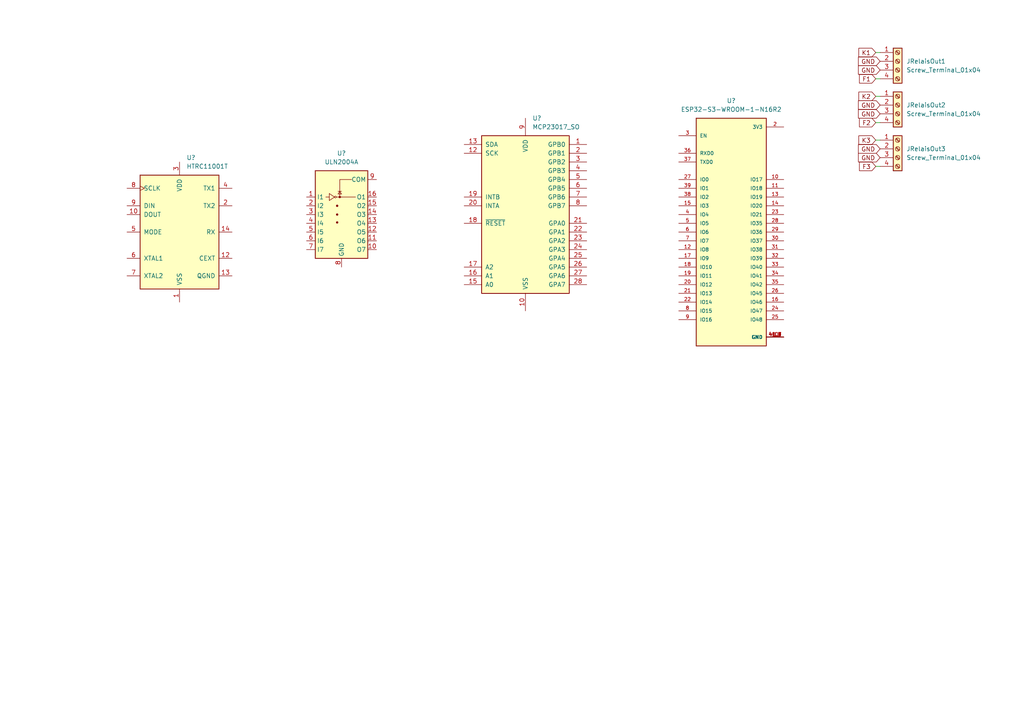
<source format=kicad_sch>
(kicad_sch (version 20211123) (generator eeschema)
  (paper "A4")
  (title_block (title "FabLock") (date "2022-09-19") (rev "v0.1") (company "RLKM UG (haftungsbeschränkt)"))
  (lib_symbols
    (symbol "Connector:Screw_Terminal_01x04" (pin_names (offset 1.016) hide)
      (property "Reference" "J" (at 0 5.08 0))
      (property "Value" "Screw_Terminal_01x04" (at 0 -7.62 0))
      (symbol "Screw_Terminal_01x04_1_1"
        (rectangle (start -1.27 3.81) (end 1.27 -6.35) (stroke (width 0.254)) (fill (type background)))
        (circle (center 0 -5.08) (radius 0.635) (stroke (width 0.1524)))
        (circle (center 0 -2.54) (radius 0.635) (stroke (width 0.1524)))
        (polyline (pts (xy -0.5334 -4.7498) (xy 0.3302 -5.588)) (stroke (width 0.1524)))
        (polyline (pts (xy -0.5334 -2.2098) (xy 0.3302 -3.048)) (stroke (width 0.1524)))
        (polyline (pts (xy -0.5334 0.3302) (xy 0.3302 -0.508)) (stroke (width 0.1524)))
        (polyline (pts (xy -0.5334 2.8702) (xy 0.3302 2.032)) (stroke (width 0.1524)))
        (polyline (pts (xy -0.3556 -4.572) (xy 0.508 -5.4102)) (stroke (width 0.1524)))
        (polyline (pts (xy -0.3556 -2.032) (xy 0.508 -2.8702)) (stroke (width 0.1524)))
        (polyline (pts (xy -0.3556 0.508) (xy 0.508 -0.3302)) (stroke (width 0.1524)))
        (polyline (pts (xy -0.3556 3.048) (xy 0.508 2.2098)) (stroke (width 0.1524)))
        (circle (center 0 0) (radius 0.635) (stroke (width 0.1524)))
        (circle (center 0 2.54) (radius 0.635) (stroke (width 0.1524)))
        (pin passive line (at -5.08 2.54 0) (length 3.81) (name "Pin_1") (number "1"))
        (pin passive line (at -5.08 0 0) (length 3.81) (name "Pin_2") (number "2"))
        (pin passive line (at -5.08 -2.54 0) (length 3.81) (name "Pin_3") (number "3"))
        (pin passive line (at -5.08 -5.08 0) (length 3.81) (name "Pin_4") (number "4"))
      )
    )
    (symbol "ESP:ESP32-S3-WROOM-1-N16R2" (pin_names (offset 1.016))
      (property "Reference" "U" (at -10.16 34.1122 0))
      (property "Value" "ESP32-S3-WROOM-1-N16R2" (at -10.16 -35.56 0))
      (symbol "ESP32-S3-WROOM-1-N16R2_0_0"
        (rectangle (start -10.16 -33.02) (end 10.16 33.02) (stroke (width 0.254)) (fill (type background)))
        (pin power_in line (at 15.24 -30.48 180) (length 5.08) (name "GND") (number "1"))
        (pin bidirectional line (at 15.24 15.24 180) (length 5.08) (name "IO17") (number "10"))
        (pin bidirectional line (at 15.24 12.7 180) (length 5.08) (name "IO18") (number "11"))
        (pin bidirectional line (at -15.24 -5.08 0) (length 5.08) (name "IO8") (number "12"))
        (pin bidirectional line (at 15.24 10.16 180) (length 5.08) (name "IO19") (number "13"))
        (pin bidirectional line (at 15.24 7.62 180) (length 5.08) (name "IO20") (number "14"))
        (pin bidirectional line (at -15.24 7.62 0) (length 5.08) (name "IO3") (number "15"))
        (pin bidirectional line (at 15.24 -20.32 180) (length 5.08) (name "IO46") (number "16"))
        (pin bidirectional line (at -15.24 -7.62 0) (length 5.08) (name "IO9") (number "17"))
        (pin bidirectional line (at -15.24 -10.16 0) (length 5.08) (name "IO10") (number "18"))
        (pin bidirectional line (at -15.24 -12.7 0) (length 5.08) (name "IO11") (number "19"))
        (pin power_in line (at 15.24 30.48 180) (length 5.08) (name "3V3") (number "2"))
        (pin bidirectional line (at -15.24 -15.24 0) (length 5.08) (name "IO12") (number "20"))
        (pin bidirectional line (at -15.24 -17.78 0) (length 5.08) (name "IO13") (number "21"))
        (pin bidirectional line (at -15.24 -20.32 0) (length 5.08) (name "IO14") (number "22"))
        (pin bidirectional line (at 15.24 5.08 180) (length 5.08) (name "IO21") (number "23"))
        (pin bidirectional line (at 15.24 -22.86 180) (length 5.08) (name "IO47") (number "24"))
        (pin bidirectional line (at 15.24 -25.4 180) (length 5.08) (name "IO48") (number "25"))
        (pin bidirectional line (at 15.24 -17.78 180) (length 5.08) (name "IO45") (number "26"))
        (pin bidirectional line (at -15.24 15.24 0) (length 5.08) (name "IO0") (number "27"))
        (pin bidirectional line (at 15.24 2.54 180) (length 5.08) (name "IO35") (number "28"))
        (pin bidirectional line (at 15.24 0 180) (length 5.08) (name "IO36") (number "29"))
        (pin input line (at -15.24 27.94 0) (length 5.08) (name "EN") (number "3"))
        (pin bidirectional line (at 15.24 -2.54 180) (length 5.08) (name "IO37") (number "30"))
        (pin bidirectional line (at 15.24 -5.08 180) (length 5.08) (name "IO38") (number "31"))
        (pin bidirectional line (at 15.24 -7.62 180) (length 5.08) (name "IO39") (number "32"))
        (pin bidirectional line (at 15.24 -10.16 180) (length 5.08) (name "IO40") (number "33"))
        (pin bidirectional line (at 15.24 -12.7 180) (length 5.08) (name "IO41") (number "34"))
        (pin bidirectional line (at 15.24 -15.24 180) (length 5.08) (name "IO42") (number "35"))
        (pin bidirectional line (at -15.24 22.86 0) (length 5.08) (name "RXD0") (number "36"))
        (pin bidirectional line (at -15.24 20.32 0) (length 5.08) (name "TXD0") (number "37"))
        (pin bidirectional line (at -15.24 10.16 0) (length 5.08) (name "IO2") (number "38"))
        (pin bidirectional line (at -15.24 12.7 0) (length 5.08) (name "IO1") (number "39"))
        (pin bidirectional line (at -15.24 5.08 0) (length 5.08) (name "IO4") (number "4"))
        (pin power_in line (at 15.24 -30.48 180) (length 5.08) (name "GND") (number "40"))
        (pin power_in line (at 15.24 -30.48 180) (length 5.08) (name "GND") (number "41_1"))
        (pin power_in line (at 15.24 -30.48 180) (length 5.08) (name "GND") (number "41_2"))
        (pin power_in line (at 15.24 -30.48 180) (length 5.08) (name "GND") (number "41_3"))
        (pin power_in line (at 15.24 -30.48 180) (length 5.08) (name "GND") (number "41_4"))
        (pin power_in line (at 15.24 -30.48 180) (length 5.08) (name "GND") (number "41_5"))
        (pin power_in line (at 15.24 -30.48 180) (length 5.08) (name "GND") (number "41_6"))
        (pin power_in line (at 15.24 -30.48 180) (length 5.08) (name "GND") (number "41_7"))
        (pin power_in line (at 15.24 -30.48 180) (length 5.08) (name "GND") (number "41_8"))
        (pin power_in line (at 15.24 -30.48 180) (length 5.08) (name "GND") (number "41_9"))
        (pin bidirectional line (at -15.24 2.54 0) (length 5.08) (name "IO5") (number "5"))
        (pin bidirectional line (at -15.24 0 0) (length 5.08) (name "IO6") (number "6"))
        (pin bidirectional line (at -15.24 -2.54 0) (length 5.08) (name "IO7") (number "7"))
        (pin bidirectional line (at -15.24 -22.86 0) (length 5.08) (name "IO15") (number "8"))
        (pin bidirectional line (at -15.24 -25.4 0) (length 5.08) (name "IO16") (number "9"))
      )
    )
    (symbol "Interface_Expansion:MCP23017_SO" (pin_names (offset 1.016))
      (property "Reference" "U" (at -11.43 24.13 0))
      (property "Value" "MCP23017_SO" (at 0 0 0))
      (symbol "MCP23017_SO_0_1"
        (rectangle (start -12.7 22.86) (end 12.7 -22.86) (stroke (width 0.254)) (fill (type background)))
      )
      (symbol "MCP23017_SO_1_1"
        (pin bidirectional line (at 17.78 20.32 180) (length 5.08) (name "GPB0") (number "1"))
        (pin power_in line (at 0 -27.94 90) (length 5.08) (name "VSS") (number "10"))
        (pin no_connect line (at -12.7 15.24 0) (length 5.08) hide (name "NC") (number "11"))
        (pin input line (at -17.78 17.78 0) (length 5.08) (name "SCK") (number "12"))
        (pin bidirectional line (at -17.78 20.32 0) (length 5.08) (name "SDA") (number "13"))
        (pin no_connect line (at -12.7 12.7 0) (length 5.08) hide (name "NC") (number "14"))
        (pin input line (at -17.78 -20.32 0) (length 5.08) (name "A0") (number "15"))
        (pin input line (at -17.78 -17.78 0) (length 5.08) (name "A1") (number "16"))
        (pin input line (at -17.78 -15.24 0) (length 5.08) (name "A2") (number "17"))
        (pin input line (at -17.78 -2.54 0) (length 5.08) (name "~{RESET}") (number "18"))
        (pin tri_state line (at -17.78 5.08 0) (length 5.08) (name "INTB") (number "19"))
        (pin bidirectional line (at 17.78 17.78 180) (length 5.08) (name "GPB1") (number "2"))
        (pin tri_state line (at -17.78 2.54 0) (length 5.08) (name "INTA") (number "20"))
        (pin bidirectional line (at 17.78 -2.54 180) (length 5.08) (name "GPA0") (number "21"))
        (pin bidirectional line (at 17.78 -5.08 180) (length 5.08) (name "GPA1") (number "22"))
        (pin bidirectional line (at 17.78 -7.62 180) (length 5.08) (name "GPA2") (number "23"))
        (pin bidirectional line (at 17.78 -10.16 180) (length 5.08) (name "GPA3") (number "24"))
        (pin bidirectional line (at 17.78 -12.7 180) (length 5.08) (name "GPA4") (number "25"))
        (pin bidirectional line (at 17.78 -15.24 180) (length 5.08) (name "GPA5") (number "26"))
        (pin bidirectional line (at 17.78 -17.78 180) (length 5.08) (name "GPA6") (number "27"))
        (pin bidirectional line (at 17.78 -20.32 180) (length 5.08) (name "GPA7") (number "28"))
        (pin bidirectional line (at 17.78 15.24 180) (length 5.08) (name "GPB2") (number "3"))
        (pin bidirectional line (at 17.78 12.7 180) (length 5.08) (name "GPB3") (number "4"))
        (pin bidirectional line (at 17.78 10.16 180) (length 5.08) (name "GPB4") (number "5"))
        (pin bidirectional line (at 17.78 7.62 180) (length 5.08) (name "GPB5") (number "6"))
        (pin bidirectional line (at 17.78 5.08 180) (length 5.08) (name "GPB6") (number "7"))
        (pin bidirectional line (at 17.78 2.54 180) (length 5.08) (name "GPB7") (number "8"))
        (pin power_in line (at 0 27.94 270) (length 5.08) (name "VDD") (number "9"))
      )
    )
    (symbol "RF_RFID:HTRC11001T" (pin_names (offset 1.016))
      (property "Reference" "U" (at -11.43 17.78 0))
      (property "Value" "HTRC11001T" (at 2.54 17.78 0))
      (symbol "HTRC11001T_0_1"
        (rectangle (start -11.43 16.51) (end 11.43 -16.51) (stroke (width 0.254)) (fill (type background)))
      )
      (symbol "HTRC11001T_1_1"
        (pin power_in line (at 0 -20.32 90) (length 3.81) (name "VSS") (number "1"))
        (pin output line (at -15.24 5.08 0) (length 3.81) (name "DOUT") (number "10"))
        (pin passive line (at 15.24 -7.62 180) (length 3.81) (name "CEXT") (number "12"))
        (pin passive line (at 15.24 -12.7 180) (length 3.81) (name "QGND") (number "13"))
        (pin input line (at 15.24 0 180) (length 3.81) (name "RX") (number "14"))
        (pin output line (at 15.24 7.62 180) (length 3.81) (name "TX2") (number "2"))
        (pin power_in line (at 0 20.32 270) (length 3.81) (name "VDD") (number "3"))
        (pin output line (at 15.24 12.7 180) (length 3.81) (name "TX1") (number "4"))
        (pin input line (at -15.24 0 0) (length 3.81) (name "MODE") (number "5"))
        (pin input line (at -15.24 -7.62 0) (length 3.81) (name "XTAL1") (number "6"))
        (pin output line (at -15.24 -12.7 0) (length 3.81) (name "XTAL2") (number "7"))
        (pin input clock (at -15.24 12.7 0) (length 3.81) (name "SCLK") (number "8"))
        (pin input line (at -15.24 7.62 0) (length 3.81) (name "DIN") (number "9"))
      )
    )
    (symbol "Transistor_Array:ULN2004A"
      (property "Reference" "U" (at 0 15.875 0))
      (property "Value" "ULN2004A" (at 0 13.97 0))
      (symbol "ULN2004A_0_1"
        (rectangle (start -7.62 -12.7) (end 7.62 12.7) (stroke (width 0.254)) (fill (type background)))
        (circle (center -1.778 5.08) (radius 0.254))
        (circle (center -1.27 -2.286) (radius 0.254) (fill (type outline)))
        (circle (center -1.27 0) (radius 0.254) (fill (type outline)))
        (circle (center -1.27 2.54) (radius 0.254) (fill (type outline)))
        (circle (center -0.508 5.08) (radius 0.254) (fill (type outline)))
        (polyline (pts (xy -4.572 5.08) (xy -3.556 5.08)))
        (polyline (pts (xy -1.524 5.08) (xy 4.064 5.08)))
        (polyline (pts (xy 0 6.731) (xy -1.016 6.731)))
        (polyline (pts (xy -0.508 5.08) (xy -0.508 10.16) (xy 2.921 10.16)))
        (polyline (pts (xy -3.556 6.096) (xy -3.556 4.064) (xy -2.032 5.08) (xy -3.556 6.096)))
        (polyline (pts (xy 0 5.969) (xy -1.016 5.969) (xy -0.508 6.731) (xy 0 5.969)))
      )
      (symbol "ULN2004A_1_1"
        (pin input line (at -10.16 5.08 0) (length 2.54) (name "I1") (number "1"))
        (pin open_collector line (at 10.16 -10.16 180) (length 2.54) (name "O7") (number "10"))
        (pin open_collector line (at 10.16 -7.62 180) (length 2.54) (name "O6") (number "11"))
        (pin open_collector line (at 10.16 -5.08 180) (length 2.54) (name "O5") (number "12"))
        (pin open_collector line (at 10.16 -2.54 180) (length 2.54) (name "O4") (number "13"))
        (pin open_collector line (at 10.16 0 180) (length 2.54) (name "O3") (number "14"))
        (pin open_collector line (at 10.16 2.54 180) (length 2.54) (name "O2") (number "15"))
        (pin open_collector line (at 10.16 5.08 180) (length 2.54) (name "O1") (number "16"))
        (pin input line (at -10.16 2.54 0) (length 2.54) (name "I2") (number "2"))
        (pin input line (at -10.16 0 0) (length 2.54) (name "I3") (number "3"))
        (pin input line (at -10.16 -2.54 0) (length 2.54) (name "I4") (number "4"))
        (pin input line (at -10.16 -5.08 0) (length 2.54) (name "I5") (number "5"))
        (pin input line (at -10.16 -7.62 0) (length 2.54) (name "I6") (number "6"))
        (pin input line (at -10.16 -10.16 0) (length 2.54) (name "I7") (number "7"))
        (pin power_in line (at 0 -15.24 90) (length 2.54) (name "GND") (number "8"))
        (pin passive line (at 10.16 10.16 180) (length 2.54) (name "COM") (number "9"))
      )
    )
  )
  (wire (pts (xy 254 27.94) (xy 255.27 27.94)))
  (wire (pts (xy 254 48.26) (xy 255.27 48.26)))
  (wire (pts (xy 254 22.86) (xy 255.27 22.86)))
  (wire (pts (xy 254 15.24) (xy 255.27 15.24)))
  (wire (pts (xy 254 35.56) (xy 255.27 35.56)))
  (wire (pts (xy 254 40.64) (xy 255.27 40.64)))
  (global_label "GND" (shape input) (at 255.27 43.18 180) (property "Intersheet References" "${INTERSHEET_REFS}" (effects hide)))
  (global_label "F3" (shape input) (at 254 48.26 180) (property "Intersheet References" "${INTERSHEET_REFS}" (effects hide)))
  (global_label "K1" (shape input) (at 254 15.24 180) (property "Intersheet References" "${INTERSHEET_REFS}" (effects hide)))
  (global_label "F1" (shape input) (at 254 22.86 180) (property "Intersheet References" "${INTERSHEET_REFS}" (effects hide)))
  (global_label "GND" (shape input) (at 255.27 45.72 180) (property "Intersheet References" "${INTERSHEET_REFS}" (effects hide)))
  (global_label "K2" (shape input) (at 254 27.94 180) (property "Intersheet References" "${INTERSHEET_REFS}" (effects hide)))
  (global_label "GND" (shape input) (at 255.27 33.02 180) (property "Intersheet References" "${INTERSHEET_REFS}" (effects hide)))
  (global_label "K3" (shape input) (at 254 40.64 180) (property "Intersheet References" "${INTERSHEET_REFS}" (effects hide)))
  (global_label "GND" (shape input) (at 255.27 20.32 180) (property "Intersheet References" "${INTERSHEET_REFS}" (effects hide)))
  (global_label "GND" (shape input) (at 255.27 17.78 180) (property "Intersheet References" "${INTERSHEET_REFS}" (effects hide)))
  (global_label "GND" (shape input) (at 255.27 30.48 180) (property "Intersheet References" "${INTERSHEET_REFS}" (effects hide)))
  (global_label "F2" (shape input) (at 254 35.56 180) (property "Intersheet References" "${INTERSHEET_REFS}" (effects hide)))
  (symbol (lib_id "Transistor_Array:ULN2004A") (at 99.06 62.23 0) (unit 1)
    (property "Reference" "U?" (at 99.06 44.45 0))
    (property "Value" "ULN2004A" (at 99.06 46.99 0))
    (property "Footprint" "Package_SO:SOIC-16_3.9x9.9mm_P1.27mm" (effects hide))
    (property "Datasheet" "http://www.ti.com/lit/ds/symlink/uln2003a.pdf" (effects hide))
  )
  (symbol (lib_id "Connector:Screw_Terminal_01x04") (at 260.35 30.48 0) (unit 1)
    (property "Reference" "JRelaisOut2" (at 262.89 30.4799 0) (effects (justify left)))
    (property "Value" "Screw_Terminal_01x04" (at 262.89 33.0199 0) (effects (justify left)))
  )
  (symbol (lib_id "Connector:Screw_Terminal_01x04") (at 260.35 43.18 0) (unit 1)
    (property "Reference" "JRelaisOut3" (at 262.89 43.1799 0) (effects (justify left)))
    (property "Value" "Screw_Terminal_01x04" (at 262.89 45.7199 0) (effects (justify left)))
  )
  (symbol (lib_id "Interface_Expansion:MCP23017_SO") (at 152.4 62.23 0) (unit 1)
    (property "Reference" "U?" (at 154.4194 34.29 0) (effects (justify left)))
    (property "Value" "MCP23017_SO" (at 154.4194 36.83 0) (effects (justify left)))
    (property "Footprint" "Package_SO:SOIC-28W_7.5x17.9mm_P1.27mm" (effects hide))
    (property "Datasheet" "http://ww1.microchip.com/downloads/en/DeviceDoc/20001952C.pdf" (effects hide))
  )
  (symbol (lib_id "ESP:ESP32-S3-WROOM-1-N16R2") (at 212.09 67.31 0) (unit 1)
    (property "Reference" "U?" (at 212.09 29.21 0))
    (property "Value" "ESP32-S3-WROOM-1-N16R2" (at 212.09 31.75 0))
    (property "Footprint" "XCVR_ESP32-S3-WROOM-1-N16R2" (effects hide))
    (property "MAXIMUM_PACKAGE_HEIGHT" "3.25mm" (effects hide))
    (property "PARTREV" "v1.0" (effects hide))
    (property "MANUFACTURER" "Espressif" (effects hide))
    (property "STANDARD" "Manufacturer Recommendations" (effects hide))
  )
  (symbol (lib_id "Connector:Screw_Terminal_01x04") (at 260.35 17.78 0) (unit 1)
    (property "Reference" "JRelaisOut1" (at 262.89 17.7799 0) (effects (justify left)))
    (property "Value" "Screw_Terminal_01x04" (at 262.89 20.3199 0) (effects (justify left)))
  )
  (symbol (lib_id "RF_RFID:HTRC11001T") (at 52.07 67.31 0) (unit 1)
    (property "Reference" "U?" (at 54.0894 45.72 0) (effects (justify left)))
    (property "Value" "HTRC11001T" (at 54.0894 48.26 0) (effects (justify left)))
    (property "Footprint" "Package_SO:SOIC-14_3.9x8.7mm_P1.27mm" (effects hide))
    (property "Datasheet" "https://www.nxp.com/docs/en/data-sheet/037031.pdf" (effects hide))
  )
)
</source>
